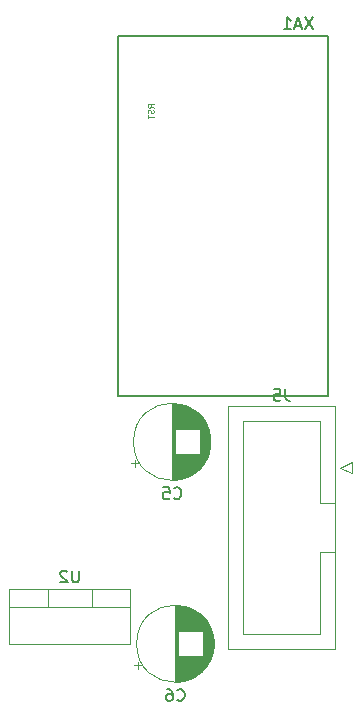
<source format=gbr>
%TF.GenerationSoftware,KiCad,Pcbnew,(5.1.6)-1*%
%TF.CreationDate,2021-07-09T22:50:56+02:00*%
%TF.ProjectId,Quantizer,5175616e-7469-47a6-9572-2e6b69636164,rev?*%
%TF.SameCoordinates,Original*%
%TF.FileFunction,Legend,Bot*%
%TF.FilePolarity,Positive*%
%FSLAX46Y46*%
G04 Gerber Fmt 4.6, Leading zero omitted, Abs format (unit mm)*
G04 Created by KiCad (PCBNEW (5.1.6)-1) date 2021-07-09 22:50:56*
%MOMM*%
%LPD*%
G01*
G04 APERTURE LIST*
%ADD10C,0.150000*%
%ADD11C,0.120000*%
%ADD12C,0.075000*%
G04 APERTURE END LIST*
D10*
%TO.C,XA1*%
X183070600Y-94615000D02*
X200850600Y-94615000D01*
X183070600Y-64135000D02*
X183070600Y-94615000D01*
X200850600Y-64135000D02*
X183070600Y-64135000D01*
X200850600Y-94615000D02*
X200850600Y-64135000D01*
D11*
%TO.C,U2*%
X184101200Y-110953800D02*
X173861200Y-110953800D01*
X184101200Y-115594800D02*
X173861200Y-115594800D01*
X184101200Y-110953800D02*
X184101200Y-115594800D01*
X173861200Y-110953800D02*
X173861200Y-115594800D01*
X184101200Y-112463800D02*
X173861200Y-112463800D01*
X180831200Y-110953800D02*
X180831200Y-112463800D01*
X177130200Y-110953800D02*
X177130200Y-112463800D01*
%TO.C,J5*%
X201460800Y-95475600D02*
X192340800Y-95475600D01*
X192340800Y-95475600D02*
X192340800Y-116055600D01*
X192340800Y-116055600D02*
X201460800Y-116055600D01*
X201460800Y-116055600D02*
X201460800Y-95475600D01*
X201460800Y-103715600D02*
X200150800Y-103715600D01*
X200150800Y-103715600D02*
X200150800Y-96775600D01*
X200150800Y-96775600D02*
X193650800Y-96775600D01*
X193650800Y-96775600D02*
X193650800Y-114755600D01*
X193650800Y-114755600D02*
X200150800Y-114755600D01*
X200150800Y-114755600D02*
X200150800Y-107815600D01*
X200150800Y-107815600D02*
X200150800Y-107815600D01*
X200150800Y-107815600D02*
X201460800Y-107815600D01*
X201850800Y-100685600D02*
X202850800Y-100185600D01*
X202850800Y-100185600D02*
X202850800Y-101185600D01*
X202850800Y-101185600D02*
X201850800Y-100685600D01*
%TO.C,C6*%
X191179800Y-115595400D02*
G75*
G03*
X191179800Y-115595400I-3270000J0D01*
G01*
X187909800Y-118825400D02*
X187909800Y-112365400D01*
X187949800Y-118825400D02*
X187949800Y-112365400D01*
X187989800Y-118825400D02*
X187989800Y-112365400D01*
X188029800Y-118823400D02*
X188029800Y-112367400D01*
X188069800Y-118822400D02*
X188069800Y-112368400D01*
X188109800Y-118819400D02*
X188109800Y-112371400D01*
X188149800Y-118817400D02*
X188149800Y-116635400D01*
X188149800Y-114555400D02*
X188149800Y-112373400D01*
X188189800Y-118813400D02*
X188189800Y-116635400D01*
X188189800Y-114555400D02*
X188189800Y-112377400D01*
X188229800Y-118810400D02*
X188229800Y-116635400D01*
X188229800Y-114555400D02*
X188229800Y-112380400D01*
X188269800Y-118806400D02*
X188269800Y-116635400D01*
X188269800Y-114555400D02*
X188269800Y-112384400D01*
X188309800Y-118801400D02*
X188309800Y-116635400D01*
X188309800Y-114555400D02*
X188309800Y-112389400D01*
X188349800Y-118796400D02*
X188349800Y-116635400D01*
X188349800Y-114555400D02*
X188349800Y-112394400D01*
X188389800Y-118790400D02*
X188389800Y-116635400D01*
X188389800Y-114555400D02*
X188389800Y-112400400D01*
X188429800Y-118784400D02*
X188429800Y-116635400D01*
X188429800Y-114555400D02*
X188429800Y-112406400D01*
X188469800Y-118777400D02*
X188469800Y-116635400D01*
X188469800Y-114555400D02*
X188469800Y-112413400D01*
X188509800Y-118770400D02*
X188509800Y-116635400D01*
X188509800Y-114555400D02*
X188509800Y-112420400D01*
X188549800Y-118762400D02*
X188549800Y-116635400D01*
X188549800Y-114555400D02*
X188549800Y-112428400D01*
X188589800Y-118754400D02*
X188589800Y-116635400D01*
X188589800Y-114555400D02*
X188589800Y-112436400D01*
X188630800Y-118745400D02*
X188630800Y-116635400D01*
X188630800Y-114555400D02*
X188630800Y-112445400D01*
X188670800Y-118736400D02*
X188670800Y-116635400D01*
X188670800Y-114555400D02*
X188670800Y-112454400D01*
X188710800Y-118726400D02*
X188710800Y-116635400D01*
X188710800Y-114555400D02*
X188710800Y-112464400D01*
X188750800Y-118716400D02*
X188750800Y-116635400D01*
X188750800Y-114555400D02*
X188750800Y-112474400D01*
X188790800Y-118705400D02*
X188790800Y-116635400D01*
X188790800Y-114555400D02*
X188790800Y-112485400D01*
X188830800Y-118693400D02*
X188830800Y-116635400D01*
X188830800Y-114555400D02*
X188830800Y-112497400D01*
X188870800Y-118681400D02*
X188870800Y-116635400D01*
X188870800Y-114555400D02*
X188870800Y-112509400D01*
X188910800Y-118669400D02*
X188910800Y-116635400D01*
X188910800Y-114555400D02*
X188910800Y-112521400D01*
X188950800Y-118656400D02*
X188950800Y-116635400D01*
X188950800Y-114555400D02*
X188950800Y-112534400D01*
X188990800Y-118642400D02*
X188990800Y-116635400D01*
X188990800Y-114555400D02*
X188990800Y-112548400D01*
X189030800Y-118628400D02*
X189030800Y-116635400D01*
X189030800Y-114555400D02*
X189030800Y-112562400D01*
X189070800Y-118613400D02*
X189070800Y-116635400D01*
X189070800Y-114555400D02*
X189070800Y-112577400D01*
X189110800Y-118597400D02*
X189110800Y-116635400D01*
X189110800Y-114555400D02*
X189110800Y-112593400D01*
X189150800Y-118581400D02*
X189150800Y-116635400D01*
X189150800Y-114555400D02*
X189150800Y-112609400D01*
X189190800Y-118565400D02*
X189190800Y-116635400D01*
X189190800Y-114555400D02*
X189190800Y-112625400D01*
X189230800Y-118547400D02*
X189230800Y-116635400D01*
X189230800Y-114555400D02*
X189230800Y-112643400D01*
X189270800Y-118529400D02*
X189270800Y-116635400D01*
X189270800Y-114555400D02*
X189270800Y-112661400D01*
X189310800Y-118511400D02*
X189310800Y-116635400D01*
X189310800Y-114555400D02*
X189310800Y-112679400D01*
X189350800Y-118491400D02*
X189350800Y-116635400D01*
X189350800Y-114555400D02*
X189350800Y-112699400D01*
X189390800Y-118471400D02*
X189390800Y-116635400D01*
X189390800Y-114555400D02*
X189390800Y-112719400D01*
X189430800Y-118451400D02*
X189430800Y-116635400D01*
X189430800Y-114555400D02*
X189430800Y-112739400D01*
X189470800Y-118429400D02*
X189470800Y-116635400D01*
X189470800Y-114555400D02*
X189470800Y-112761400D01*
X189510800Y-118407400D02*
X189510800Y-116635400D01*
X189510800Y-114555400D02*
X189510800Y-112783400D01*
X189550800Y-118385400D02*
X189550800Y-116635400D01*
X189550800Y-114555400D02*
X189550800Y-112805400D01*
X189590800Y-118361400D02*
X189590800Y-116635400D01*
X189590800Y-114555400D02*
X189590800Y-112829400D01*
X189630800Y-118337400D02*
X189630800Y-116635400D01*
X189630800Y-114555400D02*
X189630800Y-112853400D01*
X189670800Y-118311400D02*
X189670800Y-116635400D01*
X189670800Y-114555400D02*
X189670800Y-112879400D01*
X189710800Y-118285400D02*
X189710800Y-116635400D01*
X189710800Y-114555400D02*
X189710800Y-112905400D01*
X189750800Y-118259400D02*
X189750800Y-116635400D01*
X189750800Y-114555400D02*
X189750800Y-112931400D01*
X189790800Y-118231400D02*
X189790800Y-116635400D01*
X189790800Y-114555400D02*
X189790800Y-112959400D01*
X189830800Y-118202400D02*
X189830800Y-116635400D01*
X189830800Y-114555400D02*
X189830800Y-112988400D01*
X189870800Y-118173400D02*
X189870800Y-116635400D01*
X189870800Y-114555400D02*
X189870800Y-113017400D01*
X189910800Y-118143400D02*
X189910800Y-116635400D01*
X189910800Y-114555400D02*
X189910800Y-113047400D01*
X189950800Y-118111400D02*
X189950800Y-116635400D01*
X189950800Y-114555400D02*
X189950800Y-113079400D01*
X189990800Y-118079400D02*
X189990800Y-116635400D01*
X189990800Y-114555400D02*
X189990800Y-113111400D01*
X190030800Y-118045400D02*
X190030800Y-116635400D01*
X190030800Y-114555400D02*
X190030800Y-113145400D01*
X190070800Y-118011400D02*
X190070800Y-116635400D01*
X190070800Y-114555400D02*
X190070800Y-113179400D01*
X190110800Y-117975400D02*
X190110800Y-116635400D01*
X190110800Y-114555400D02*
X190110800Y-113215400D01*
X190150800Y-117938400D02*
X190150800Y-116635400D01*
X190150800Y-114555400D02*
X190150800Y-113252400D01*
X190190800Y-117900400D02*
X190190800Y-116635400D01*
X190190800Y-114555400D02*
X190190800Y-113290400D01*
X190230800Y-117860400D02*
X190230800Y-113330400D01*
X190270800Y-117819400D02*
X190270800Y-113371400D01*
X190310800Y-117777400D02*
X190310800Y-113413400D01*
X190350800Y-117732400D02*
X190350800Y-113458400D01*
X190390800Y-117687400D02*
X190390800Y-113503400D01*
X190430800Y-117639400D02*
X190430800Y-113551400D01*
X190470800Y-117590400D02*
X190470800Y-113600400D01*
X190510800Y-117539400D02*
X190510800Y-113651400D01*
X190550800Y-117485400D02*
X190550800Y-113705400D01*
X190590800Y-117429400D02*
X190590800Y-113761400D01*
X190630800Y-117371400D02*
X190630800Y-113819400D01*
X190670800Y-117309400D02*
X190670800Y-113881400D01*
X190710800Y-117245400D02*
X190710800Y-113945400D01*
X190750800Y-117176400D02*
X190750800Y-114014400D01*
X190790800Y-117104400D02*
X190790800Y-114086400D01*
X190830800Y-117027400D02*
X190830800Y-114163400D01*
X190870800Y-116945400D02*
X190870800Y-114245400D01*
X190910800Y-116857400D02*
X190910800Y-114333400D01*
X190950800Y-116760400D02*
X190950800Y-114430400D01*
X190990800Y-116654400D02*
X190990800Y-114536400D01*
X191030800Y-116535400D02*
X191030800Y-114655400D01*
X191070800Y-116397400D02*
X191070800Y-114793400D01*
X191110800Y-116228400D02*
X191110800Y-114962400D01*
X191150800Y-115997400D02*
X191150800Y-115193400D01*
X184409559Y-117434400D02*
X185039559Y-117434400D01*
X184724559Y-117749400D02*
X184724559Y-117119400D01*
%TO.C,C5*%
X190918000Y-98501200D02*
G75*
G03*
X190918000Y-98501200I-3270000J0D01*
G01*
X187648000Y-101731200D02*
X187648000Y-95271200D01*
X187688000Y-101731200D02*
X187688000Y-95271200D01*
X187728000Y-101731200D02*
X187728000Y-95271200D01*
X187768000Y-101729200D02*
X187768000Y-95273200D01*
X187808000Y-101728200D02*
X187808000Y-95274200D01*
X187848000Y-101725200D02*
X187848000Y-95277200D01*
X187888000Y-101723200D02*
X187888000Y-99541200D01*
X187888000Y-97461200D02*
X187888000Y-95279200D01*
X187928000Y-101719200D02*
X187928000Y-99541200D01*
X187928000Y-97461200D02*
X187928000Y-95283200D01*
X187968000Y-101716200D02*
X187968000Y-99541200D01*
X187968000Y-97461200D02*
X187968000Y-95286200D01*
X188008000Y-101712200D02*
X188008000Y-99541200D01*
X188008000Y-97461200D02*
X188008000Y-95290200D01*
X188048000Y-101707200D02*
X188048000Y-99541200D01*
X188048000Y-97461200D02*
X188048000Y-95295200D01*
X188088000Y-101702200D02*
X188088000Y-99541200D01*
X188088000Y-97461200D02*
X188088000Y-95300200D01*
X188128000Y-101696200D02*
X188128000Y-99541200D01*
X188128000Y-97461200D02*
X188128000Y-95306200D01*
X188168000Y-101690200D02*
X188168000Y-99541200D01*
X188168000Y-97461200D02*
X188168000Y-95312200D01*
X188208000Y-101683200D02*
X188208000Y-99541200D01*
X188208000Y-97461200D02*
X188208000Y-95319200D01*
X188248000Y-101676200D02*
X188248000Y-99541200D01*
X188248000Y-97461200D02*
X188248000Y-95326200D01*
X188288000Y-101668200D02*
X188288000Y-99541200D01*
X188288000Y-97461200D02*
X188288000Y-95334200D01*
X188328000Y-101660200D02*
X188328000Y-99541200D01*
X188328000Y-97461200D02*
X188328000Y-95342200D01*
X188369000Y-101651200D02*
X188369000Y-99541200D01*
X188369000Y-97461200D02*
X188369000Y-95351200D01*
X188409000Y-101642200D02*
X188409000Y-99541200D01*
X188409000Y-97461200D02*
X188409000Y-95360200D01*
X188449000Y-101632200D02*
X188449000Y-99541200D01*
X188449000Y-97461200D02*
X188449000Y-95370200D01*
X188489000Y-101622200D02*
X188489000Y-99541200D01*
X188489000Y-97461200D02*
X188489000Y-95380200D01*
X188529000Y-101611200D02*
X188529000Y-99541200D01*
X188529000Y-97461200D02*
X188529000Y-95391200D01*
X188569000Y-101599200D02*
X188569000Y-99541200D01*
X188569000Y-97461200D02*
X188569000Y-95403200D01*
X188609000Y-101587200D02*
X188609000Y-99541200D01*
X188609000Y-97461200D02*
X188609000Y-95415200D01*
X188649000Y-101575200D02*
X188649000Y-99541200D01*
X188649000Y-97461200D02*
X188649000Y-95427200D01*
X188689000Y-101562200D02*
X188689000Y-99541200D01*
X188689000Y-97461200D02*
X188689000Y-95440200D01*
X188729000Y-101548200D02*
X188729000Y-99541200D01*
X188729000Y-97461200D02*
X188729000Y-95454200D01*
X188769000Y-101534200D02*
X188769000Y-99541200D01*
X188769000Y-97461200D02*
X188769000Y-95468200D01*
X188809000Y-101519200D02*
X188809000Y-99541200D01*
X188809000Y-97461200D02*
X188809000Y-95483200D01*
X188849000Y-101503200D02*
X188849000Y-99541200D01*
X188849000Y-97461200D02*
X188849000Y-95499200D01*
X188889000Y-101487200D02*
X188889000Y-99541200D01*
X188889000Y-97461200D02*
X188889000Y-95515200D01*
X188929000Y-101471200D02*
X188929000Y-99541200D01*
X188929000Y-97461200D02*
X188929000Y-95531200D01*
X188969000Y-101453200D02*
X188969000Y-99541200D01*
X188969000Y-97461200D02*
X188969000Y-95549200D01*
X189009000Y-101435200D02*
X189009000Y-99541200D01*
X189009000Y-97461200D02*
X189009000Y-95567200D01*
X189049000Y-101417200D02*
X189049000Y-99541200D01*
X189049000Y-97461200D02*
X189049000Y-95585200D01*
X189089000Y-101397200D02*
X189089000Y-99541200D01*
X189089000Y-97461200D02*
X189089000Y-95605200D01*
X189129000Y-101377200D02*
X189129000Y-99541200D01*
X189129000Y-97461200D02*
X189129000Y-95625200D01*
X189169000Y-101357200D02*
X189169000Y-99541200D01*
X189169000Y-97461200D02*
X189169000Y-95645200D01*
X189209000Y-101335200D02*
X189209000Y-99541200D01*
X189209000Y-97461200D02*
X189209000Y-95667200D01*
X189249000Y-101313200D02*
X189249000Y-99541200D01*
X189249000Y-97461200D02*
X189249000Y-95689200D01*
X189289000Y-101291200D02*
X189289000Y-99541200D01*
X189289000Y-97461200D02*
X189289000Y-95711200D01*
X189329000Y-101267200D02*
X189329000Y-99541200D01*
X189329000Y-97461200D02*
X189329000Y-95735200D01*
X189369000Y-101243200D02*
X189369000Y-99541200D01*
X189369000Y-97461200D02*
X189369000Y-95759200D01*
X189409000Y-101217200D02*
X189409000Y-99541200D01*
X189409000Y-97461200D02*
X189409000Y-95785200D01*
X189449000Y-101191200D02*
X189449000Y-99541200D01*
X189449000Y-97461200D02*
X189449000Y-95811200D01*
X189489000Y-101165200D02*
X189489000Y-99541200D01*
X189489000Y-97461200D02*
X189489000Y-95837200D01*
X189529000Y-101137200D02*
X189529000Y-99541200D01*
X189529000Y-97461200D02*
X189529000Y-95865200D01*
X189569000Y-101108200D02*
X189569000Y-99541200D01*
X189569000Y-97461200D02*
X189569000Y-95894200D01*
X189609000Y-101079200D02*
X189609000Y-99541200D01*
X189609000Y-97461200D02*
X189609000Y-95923200D01*
X189649000Y-101049200D02*
X189649000Y-99541200D01*
X189649000Y-97461200D02*
X189649000Y-95953200D01*
X189689000Y-101017200D02*
X189689000Y-99541200D01*
X189689000Y-97461200D02*
X189689000Y-95985200D01*
X189729000Y-100985200D02*
X189729000Y-99541200D01*
X189729000Y-97461200D02*
X189729000Y-96017200D01*
X189769000Y-100951200D02*
X189769000Y-99541200D01*
X189769000Y-97461200D02*
X189769000Y-96051200D01*
X189809000Y-100917200D02*
X189809000Y-99541200D01*
X189809000Y-97461200D02*
X189809000Y-96085200D01*
X189849000Y-100881200D02*
X189849000Y-99541200D01*
X189849000Y-97461200D02*
X189849000Y-96121200D01*
X189889000Y-100844200D02*
X189889000Y-99541200D01*
X189889000Y-97461200D02*
X189889000Y-96158200D01*
X189929000Y-100806200D02*
X189929000Y-99541200D01*
X189929000Y-97461200D02*
X189929000Y-96196200D01*
X189969000Y-100766200D02*
X189969000Y-96236200D01*
X190009000Y-100725200D02*
X190009000Y-96277200D01*
X190049000Y-100683200D02*
X190049000Y-96319200D01*
X190089000Y-100638200D02*
X190089000Y-96364200D01*
X190129000Y-100593200D02*
X190129000Y-96409200D01*
X190169000Y-100545200D02*
X190169000Y-96457200D01*
X190209000Y-100496200D02*
X190209000Y-96506200D01*
X190249000Y-100445200D02*
X190249000Y-96557200D01*
X190289000Y-100391200D02*
X190289000Y-96611200D01*
X190329000Y-100335200D02*
X190329000Y-96667200D01*
X190369000Y-100277200D02*
X190369000Y-96725200D01*
X190409000Y-100215200D02*
X190409000Y-96787200D01*
X190449000Y-100151200D02*
X190449000Y-96851200D01*
X190489000Y-100082200D02*
X190489000Y-96920200D01*
X190529000Y-100010200D02*
X190529000Y-96992200D01*
X190569000Y-99933200D02*
X190569000Y-97069200D01*
X190609000Y-99851200D02*
X190609000Y-97151200D01*
X190649000Y-99763200D02*
X190649000Y-97239200D01*
X190689000Y-99666200D02*
X190689000Y-97336200D01*
X190729000Y-99560200D02*
X190729000Y-97442200D01*
X190769000Y-99441200D02*
X190769000Y-97561200D01*
X190809000Y-99303200D02*
X190809000Y-97699200D01*
X190849000Y-99134200D02*
X190849000Y-97868200D01*
X190889000Y-98903200D02*
X190889000Y-98099200D01*
X184147759Y-100340200D02*
X184777759Y-100340200D01*
X184462759Y-100655200D02*
X184462759Y-100025200D01*
%TO.C,XA1*%
D10*
X199548695Y-62571380D02*
X198882028Y-63571380D01*
X198882028Y-62571380D02*
X199548695Y-63571380D01*
X198548695Y-63285666D02*
X198072504Y-63285666D01*
X198643933Y-63571380D02*
X198310600Y-62571380D01*
X197977266Y-63571380D01*
X197120123Y-63571380D02*
X197691552Y-63571380D01*
X197405838Y-63571380D02*
X197405838Y-62571380D01*
X197501076Y-62714238D01*
X197596314Y-62809476D01*
X197691552Y-62857095D01*
D12*
X186090790Y-70211190D02*
X185852695Y-70044523D01*
X186090790Y-69925476D02*
X185590790Y-69925476D01*
X185590790Y-70115952D01*
X185614600Y-70163571D01*
X185638409Y-70187380D01*
X185686028Y-70211190D01*
X185757457Y-70211190D01*
X185805076Y-70187380D01*
X185828885Y-70163571D01*
X185852695Y-70115952D01*
X185852695Y-69925476D01*
X186066980Y-70401666D02*
X186090790Y-70473095D01*
X186090790Y-70592142D01*
X186066980Y-70639761D01*
X186043171Y-70663571D01*
X185995552Y-70687380D01*
X185947933Y-70687380D01*
X185900314Y-70663571D01*
X185876504Y-70639761D01*
X185852695Y-70592142D01*
X185828885Y-70496904D01*
X185805076Y-70449285D01*
X185781266Y-70425476D01*
X185733647Y-70401666D01*
X185686028Y-70401666D01*
X185638409Y-70425476D01*
X185614600Y-70449285D01*
X185590790Y-70496904D01*
X185590790Y-70615952D01*
X185614600Y-70687380D01*
X185590790Y-70830238D02*
X185590790Y-71115952D01*
X186090790Y-70973095D02*
X185590790Y-70973095D01*
%TO.C,U2*%
D10*
X179743104Y-109406180D02*
X179743104Y-110215704D01*
X179695485Y-110310942D01*
X179647866Y-110358561D01*
X179552628Y-110406180D01*
X179362152Y-110406180D01*
X179266914Y-110358561D01*
X179219295Y-110310942D01*
X179171676Y-110215704D01*
X179171676Y-109406180D01*
X178743104Y-109501419D02*
X178695485Y-109453800D01*
X178600247Y-109406180D01*
X178362152Y-109406180D01*
X178266914Y-109453800D01*
X178219295Y-109501419D01*
X178171676Y-109596657D01*
X178171676Y-109691895D01*
X178219295Y-109834752D01*
X178790723Y-110406180D01*
X178171676Y-110406180D01*
%TO.C,J5*%
X197234133Y-94037980D02*
X197234133Y-94752266D01*
X197281752Y-94895123D01*
X197376990Y-94990361D01*
X197519847Y-95037980D01*
X197615085Y-95037980D01*
X196281752Y-94037980D02*
X196757942Y-94037980D01*
X196805561Y-94514171D01*
X196757942Y-94466552D01*
X196662704Y-94418933D01*
X196424609Y-94418933D01*
X196329371Y-94466552D01*
X196281752Y-94514171D01*
X196234133Y-94609409D01*
X196234133Y-94847504D01*
X196281752Y-94942742D01*
X196329371Y-94990361D01*
X196424609Y-95037980D01*
X196662704Y-95037980D01*
X196757942Y-94990361D01*
X196805561Y-94942742D01*
%TO.C,C6*%
X188076466Y-120352542D02*
X188124085Y-120400161D01*
X188266942Y-120447780D01*
X188362180Y-120447780D01*
X188505038Y-120400161D01*
X188600276Y-120304923D01*
X188647895Y-120209685D01*
X188695514Y-120019209D01*
X188695514Y-119876352D01*
X188647895Y-119685876D01*
X188600276Y-119590638D01*
X188505038Y-119495400D01*
X188362180Y-119447780D01*
X188266942Y-119447780D01*
X188124085Y-119495400D01*
X188076466Y-119543019D01*
X187219323Y-119447780D02*
X187409800Y-119447780D01*
X187505038Y-119495400D01*
X187552657Y-119543019D01*
X187647895Y-119685876D01*
X187695514Y-119876352D01*
X187695514Y-120257304D01*
X187647895Y-120352542D01*
X187600276Y-120400161D01*
X187505038Y-120447780D01*
X187314561Y-120447780D01*
X187219323Y-120400161D01*
X187171704Y-120352542D01*
X187124085Y-120257304D01*
X187124085Y-120019209D01*
X187171704Y-119923971D01*
X187219323Y-119876352D01*
X187314561Y-119828733D01*
X187505038Y-119828733D01*
X187600276Y-119876352D01*
X187647895Y-119923971D01*
X187695514Y-120019209D01*
%TO.C,C5*%
X187814666Y-103258342D02*
X187862285Y-103305961D01*
X188005142Y-103353580D01*
X188100380Y-103353580D01*
X188243238Y-103305961D01*
X188338476Y-103210723D01*
X188386095Y-103115485D01*
X188433714Y-102925009D01*
X188433714Y-102782152D01*
X188386095Y-102591676D01*
X188338476Y-102496438D01*
X188243238Y-102401200D01*
X188100380Y-102353580D01*
X188005142Y-102353580D01*
X187862285Y-102401200D01*
X187814666Y-102448819D01*
X186909904Y-102353580D02*
X187386095Y-102353580D01*
X187433714Y-102829771D01*
X187386095Y-102782152D01*
X187290857Y-102734533D01*
X187052761Y-102734533D01*
X186957523Y-102782152D01*
X186909904Y-102829771D01*
X186862285Y-102925009D01*
X186862285Y-103163104D01*
X186909904Y-103258342D01*
X186957523Y-103305961D01*
X187052761Y-103353580D01*
X187290857Y-103353580D01*
X187386095Y-103305961D01*
X187433714Y-103258342D01*
%TD*%
M02*

</source>
